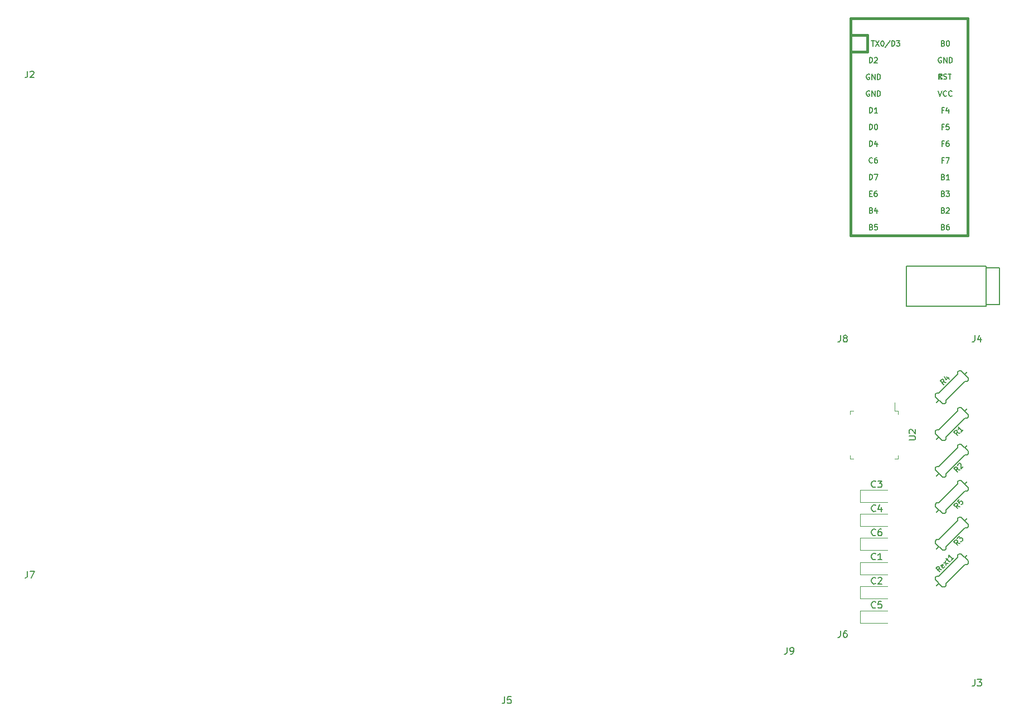
<source format=gbr>
G04 #@! TF.GenerationSoftware,KiCad,Pcbnew,(5.1.6)-1*
G04 #@! TF.CreationDate,2020-09-20T11:30:11-07:00*
G04 #@! TF.ProjectId,ortho_half,6f727468-6f5f-4686-916c-662e6b696361,rev?*
G04 #@! TF.SameCoordinates,Original*
G04 #@! TF.FileFunction,Legend,Top*
G04 #@! TF.FilePolarity,Positive*
%FSLAX46Y46*%
G04 Gerber Fmt 4.6, Leading zero omitted, Abs format (unit mm)*
G04 Created by KiCad (PCBNEW (5.1.6)-1) date 2020-09-20 11:30:11*
%MOMM*%
%LPD*%
G01*
G04 APERTURE LIST*
%ADD10C,0.150000*%
%ADD11C,0.381000*%
%ADD12C,0.120000*%
G04 APERTURE END LIST*
D10*
X155746200Y-59350000D02*
X155746200Y-53750000D01*
X153746200Y-53750000D02*
X155746200Y-53750000D01*
X153746200Y-59350000D02*
X155746200Y-59350000D01*
X153746200Y-53500000D02*
X141646200Y-53500000D01*
X153746200Y-59600000D02*
X141646200Y-59600000D01*
X141646200Y-59600000D02*
X141646200Y-53500000D01*
X153746200Y-59600000D02*
X153746200Y-53500000D01*
D11*
X133197600Y-18415000D02*
X133197600Y-48895000D01*
X133197600Y-48895000D02*
X150977600Y-48895000D01*
X150977600Y-48895000D02*
X150977600Y-18415000D01*
X135737600Y-18415000D02*
X135737600Y-20955000D01*
X135737600Y-20955000D02*
X133197600Y-20955000D01*
D10*
G36*
X147019168Y-24294360D02*
G01*
X147019168Y-24594360D01*
X146919168Y-24594360D01*
X146919168Y-24294360D01*
X147019168Y-24294360D01*
G37*
X147019168Y-24294360D02*
X147019168Y-24594360D01*
X146919168Y-24594360D01*
X146919168Y-24294360D01*
X147019168Y-24294360D01*
G36*
X146819168Y-24694360D02*
G01*
X146819168Y-24794360D01*
X146719168Y-24794360D01*
X146719168Y-24694360D01*
X146819168Y-24694360D01*
G37*
X146819168Y-24694360D02*
X146819168Y-24794360D01*
X146719168Y-24794360D01*
X146719168Y-24694360D01*
X146819168Y-24694360D01*
G36*
X147019168Y-24294360D02*
G01*
X147019168Y-24394360D01*
X146519168Y-24394360D01*
X146519168Y-24294360D01*
X147019168Y-24294360D01*
G37*
X147019168Y-24294360D02*
X147019168Y-24394360D01*
X146519168Y-24394360D01*
X146519168Y-24294360D01*
X147019168Y-24294360D01*
G36*
X146619168Y-24294360D02*
G01*
X146619168Y-25094360D01*
X146519168Y-25094360D01*
X146519168Y-24294360D01*
X146619168Y-24294360D01*
G37*
X146619168Y-24294360D02*
X146619168Y-25094360D01*
X146519168Y-25094360D01*
X146519168Y-24294360D01*
X146619168Y-24294360D01*
G36*
X147019168Y-24894360D02*
G01*
X147019168Y-25094360D01*
X146919168Y-25094360D01*
X146919168Y-24894360D01*
X147019168Y-24894360D01*
G37*
X147019168Y-24894360D02*
X147019168Y-25094360D01*
X146919168Y-25094360D01*
X146919168Y-24894360D01*
X147019168Y-24894360D01*
D11*
X150977600Y-18415000D02*
X150977600Y-15875000D01*
X150977600Y-15875000D02*
X133197600Y-15875000D01*
X133197600Y-15875000D02*
X133197600Y-18415000D01*
X135737600Y-18415000D02*
X133197600Y-18415000D01*
D12*
X138721201Y-98549841D02*
X134636201Y-98549841D01*
X134636201Y-98549841D02*
X134636201Y-100419841D01*
X134636201Y-100419841D02*
X138721201Y-100419841D01*
X138721201Y-102222521D02*
X134636201Y-102222521D01*
X134636201Y-102222521D02*
X134636201Y-104092521D01*
X134636201Y-104092521D02*
X138721201Y-104092521D01*
X138721201Y-87531801D02*
X134636201Y-87531801D01*
X134636201Y-87531801D02*
X134636201Y-89401801D01*
X134636201Y-89401801D02*
X138721201Y-89401801D01*
X138721201Y-91204481D02*
X134636201Y-91204481D01*
X134636201Y-91204481D02*
X134636201Y-93074481D01*
X134636201Y-93074481D02*
X138721201Y-93074481D01*
X138721201Y-105895201D02*
X134636201Y-105895201D01*
X134636201Y-105895201D02*
X134636201Y-107765201D01*
X134636201Y-107765201D02*
X138721201Y-107765201D01*
X138721201Y-94877161D02*
X134636201Y-94877161D01*
X134636201Y-94877161D02*
X134636201Y-96747161D01*
X134636201Y-96747161D02*
X138721201Y-96747161D01*
D10*
X150499689Y-75560311D02*
X150858900Y-75201100D01*
X146189166Y-79870834D02*
X146548377Y-79511623D01*
X147087192Y-80050439D02*
X146009561Y-78972808D01*
X147446402Y-80050439D02*
X147087192Y-80050439D01*
X147626007Y-79870834D02*
X147446402Y-80050439D01*
X147626007Y-79511623D02*
X147626007Y-79870834D01*
X150499689Y-76637941D02*
X147626007Y-79511623D01*
X150858900Y-76637941D02*
X150499689Y-76637941D01*
X151038505Y-76458336D02*
X150858900Y-76637941D01*
X151038505Y-76099126D02*
X151038505Y-76458336D01*
X149960874Y-75021495D02*
X151038505Y-76099126D01*
X149601664Y-75021495D02*
X149960874Y-75021495D01*
X149422059Y-75201100D02*
X149601664Y-75021495D01*
X149422059Y-75560311D02*
X149422059Y-75201100D01*
X146548377Y-78433993D02*
X149422059Y-75560311D01*
X146189166Y-78433993D02*
X146548377Y-78433993D01*
X146009561Y-78613598D02*
X146189166Y-78433993D01*
X146009561Y-78972808D02*
X146009561Y-78613598D01*
X150514856Y-81133144D02*
X150874067Y-80773933D01*
X146204333Y-85443667D02*
X146563544Y-85084456D01*
X147102359Y-85623272D02*
X146024728Y-84545641D01*
X147461569Y-85623272D02*
X147102359Y-85623272D01*
X147641174Y-85443667D02*
X147461569Y-85623272D01*
X147641174Y-85084456D02*
X147641174Y-85443667D01*
X150514856Y-82210774D02*
X147641174Y-85084456D01*
X150874067Y-82210774D02*
X150514856Y-82210774D01*
X151053672Y-82031169D02*
X150874067Y-82210774D01*
X151053672Y-81671959D02*
X151053672Y-82031169D01*
X149976041Y-80594328D02*
X151053672Y-81671959D01*
X149616831Y-80594328D02*
X149976041Y-80594328D01*
X149437226Y-80773933D02*
X149616831Y-80594328D01*
X149437226Y-81133144D02*
X149437226Y-80773933D01*
X146563544Y-84006826D02*
X149437226Y-81133144D01*
X146204333Y-84006826D02*
X146563544Y-84006826D01*
X146024728Y-84186431D02*
X146204333Y-84006826D01*
X146024728Y-84545641D02*
X146024728Y-84186431D01*
X150514856Y-92258344D02*
X150874067Y-91899133D01*
X146204333Y-96568867D02*
X146563544Y-96209656D01*
X147102359Y-96748472D02*
X146024728Y-95670841D01*
X147461569Y-96748472D02*
X147102359Y-96748472D01*
X147641174Y-96568867D02*
X147461569Y-96748472D01*
X147641174Y-96209656D02*
X147641174Y-96568867D01*
X150514856Y-93335974D02*
X147641174Y-96209656D01*
X150874067Y-93335974D02*
X150514856Y-93335974D01*
X151053672Y-93156369D02*
X150874067Y-93335974D01*
X151053672Y-92797159D02*
X151053672Y-93156369D01*
X149976041Y-91719528D02*
X151053672Y-92797159D01*
X149616831Y-91719528D02*
X149976041Y-91719528D01*
X149437226Y-91899133D02*
X149616831Y-91719528D01*
X149437226Y-92258344D02*
X149437226Y-91899133D01*
X146563544Y-95132026D02*
X149437226Y-92258344D01*
X146204333Y-95132026D02*
X146563544Y-95132026D01*
X146024728Y-95311631D02*
X146204333Y-95132026D01*
X146024728Y-95670841D02*
X146024728Y-95311631D01*
X146563544Y-73933856D02*
X146204333Y-74293067D01*
X150874067Y-69623333D02*
X150514856Y-69982544D01*
X149976041Y-69443728D02*
X151053672Y-70521359D01*
X149616831Y-69443728D02*
X149976041Y-69443728D01*
X149437226Y-69623333D02*
X149616831Y-69443728D01*
X149437226Y-69982544D02*
X149437226Y-69623333D01*
X146563544Y-72856226D02*
X149437226Y-69982544D01*
X146204333Y-72856226D02*
X146563544Y-72856226D01*
X146024728Y-73035831D02*
X146204333Y-72856226D01*
X146024728Y-73395041D02*
X146024728Y-73035831D01*
X147102359Y-74472672D02*
X146024728Y-73395041D01*
X147461569Y-74472672D02*
X147102359Y-74472672D01*
X147641174Y-74293067D02*
X147461569Y-74472672D01*
X147641174Y-73933856D02*
X147641174Y-74293067D01*
X150514856Y-71060174D02*
X147641174Y-73933856D01*
X150874067Y-71060174D02*
X150514856Y-71060174D01*
X151053672Y-70880569D02*
X150874067Y-71060174D01*
X151053672Y-70521359D02*
X151053672Y-70880569D01*
X150514856Y-86670344D02*
X150874067Y-86311133D01*
X146204333Y-90980867D02*
X146563544Y-90621656D01*
X147102359Y-91160472D02*
X146024728Y-90082841D01*
X147461569Y-91160472D02*
X147102359Y-91160472D01*
X147641174Y-90980867D02*
X147461569Y-91160472D01*
X147641174Y-90621656D02*
X147641174Y-90980867D01*
X150514856Y-87747974D02*
X147641174Y-90621656D01*
X150874067Y-87747974D02*
X150514856Y-87747974D01*
X151053672Y-87568369D02*
X150874067Y-87747974D01*
X151053672Y-87209159D02*
X151053672Y-87568369D01*
X149976041Y-86131528D02*
X151053672Y-87209159D01*
X149616831Y-86131528D02*
X149976041Y-86131528D01*
X149437226Y-86311133D02*
X149616831Y-86131528D01*
X149437226Y-86670344D02*
X149437226Y-86311133D01*
X146563544Y-89544026D02*
X149437226Y-86670344D01*
X146204333Y-89544026D02*
X146563544Y-89544026D01*
X146024728Y-89723631D02*
X146204333Y-89544026D01*
X146024728Y-90082841D02*
X146024728Y-89723631D01*
X146548377Y-101762023D02*
X146189166Y-102121234D01*
X150858900Y-97451500D02*
X150499689Y-97810711D01*
X149960874Y-97271895D02*
X151038505Y-98349526D01*
X149601664Y-97271895D02*
X149960874Y-97271895D01*
X149422059Y-97451500D02*
X149601664Y-97271895D01*
X149422059Y-97810711D02*
X149422059Y-97451500D01*
X146548377Y-100684393D02*
X149422059Y-97810711D01*
X146189166Y-100684393D02*
X146548377Y-100684393D01*
X146009561Y-100863998D02*
X146189166Y-100684393D01*
X146009561Y-101223208D02*
X146009561Y-100863998D01*
X147087192Y-102300839D02*
X146009561Y-101223208D01*
X147446402Y-102300839D02*
X147087192Y-102300839D01*
X147626007Y-102121234D02*
X147446402Y-102300839D01*
X147626007Y-101762023D02*
X147626007Y-102121234D01*
X150499689Y-98888341D02*
X147626007Y-101762023D01*
X150858900Y-98888341D02*
X150499689Y-98888341D01*
X151038505Y-98708736D02*
X150858900Y-98888341D01*
X151038505Y-98349526D02*
X151038505Y-98708736D01*
D12*
X139888200Y-75561800D02*
X139888200Y-74271800D01*
X140338200Y-75561800D02*
X139888200Y-75561800D01*
X140338200Y-76011800D02*
X140338200Y-75561800D01*
X140338200Y-82781800D02*
X139888200Y-82781800D01*
X140338200Y-82331800D02*
X140338200Y-82781800D01*
X133118200Y-75561800D02*
X133568200Y-75561800D01*
X133118200Y-76011800D02*
X133118200Y-75561800D01*
X133118200Y-82781800D02*
X133568200Y-82781800D01*
X133118200Y-82331800D02*
X133118200Y-82781800D01*
D10*
X131641166Y-64052380D02*
X131641166Y-64766666D01*
X131593547Y-64909523D01*
X131498309Y-65004761D01*
X131355452Y-65052380D01*
X131260214Y-65052380D01*
X132260214Y-64480952D02*
X132164976Y-64433333D01*
X132117357Y-64385714D01*
X132069738Y-64290476D01*
X132069738Y-64242857D01*
X132117357Y-64147619D01*
X132164976Y-64100000D01*
X132260214Y-64052380D01*
X132450690Y-64052380D01*
X132545928Y-64100000D01*
X132593547Y-64147619D01*
X132641166Y-64242857D01*
X132641166Y-64290476D01*
X132593547Y-64385714D01*
X132545928Y-64433333D01*
X132450690Y-64480952D01*
X132260214Y-64480952D01*
X132164976Y-64528571D01*
X132117357Y-64576190D01*
X132069738Y-64671428D01*
X132069738Y-64861904D01*
X132117357Y-64957142D01*
X132164976Y-65004761D01*
X132260214Y-65052380D01*
X132450690Y-65052380D01*
X132545928Y-65004761D01*
X132593547Y-64957142D01*
X132641166Y-64861904D01*
X132641166Y-64671428D01*
X132593547Y-64576190D01*
X132545928Y-64528571D01*
X132450690Y-64480952D01*
X131641166Y-108964380D02*
X131641166Y-109678666D01*
X131593547Y-109821523D01*
X131498309Y-109916761D01*
X131355452Y-109964380D01*
X131260214Y-109964380D01*
X132545928Y-108964380D02*
X132355452Y-108964380D01*
X132260214Y-109012000D01*
X132212595Y-109059619D01*
X132117357Y-109202476D01*
X132069738Y-109392952D01*
X132069738Y-109773904D01*
X132117357Y-109869142D01*
X132164976Y-109916761D01*
X132260214Y-109964380D01*
X132450690Y-109964380D01*
X132545928Y-109916761D01*
X132593547Y-109869142D01*
X132641166Y-109773904D01*
X132641166Y-109535809D01*
X132593547Y-109440571D01*
X132545928Y-109392952D01*
X132450690Y-109345333D01*
X132260214Y-109345333D01*
X132164976Y-109392952D01*
X132117357Y-109440571D01*
X132069738Y-109535809D01*
X152032166Y-64052380D02*
X152032166Y-64766666D01*
X151984547Y-64909523D01*
X151889309Y-65004761D01*
X151746452Y-65052380D01*
X151651214Y-65052380D01*
X152936928Y-64385714D02*
X152936928Y-65052380D01*
X152698833Y-64004761D02*
X152460738Y-64719047D01*
X153079785Y-64719047D01*
X152032166Y-116386380D02*
X152032166Y-117100666D01*
X151984547Y-117243523D01*
X151889309Y-117338761D01*
X151746452Y-117386380D01*
X151651214Y-117386380D01*
X152413119Y-116386380D02*
X153032166Y-116386380D01*
X152698833Y-116767333D01*
X152841690Y-116767333D01*
X152936928Y-116814952D01*
X152984547Y-116862571D01*
X153032166Y-116957809D01*
X153032166Y-117195904D01*
X152984547Y-117291142D01*
X152936928Y-117338761D01*
X152841690Y-117386380D01*
X152555976Y-117386380D01*
X152460738Y-117338761D01*
X152413119Y-117291142D01*
X136325251Y-19246904D02*
X136782394Y-19246904D01*
X136553823Y-20046904D02*
X136553823Y-19246904D01*
X136972870Y-19246904D02*
X137506204Y-20046904D01*
X137506204Y-19246904D02*
X136972870Y-20046904D01*
X137963347Y-19246904D02*
X138039537Y-19246904D01*
X138115728Y-19285000D01*
X138153823Y-19323095D01*
X138191918Y-19399285D01*
X138230013Y-19551666D01*
X138230013Y-19742142D01*
X138191918Y-19894523D01*
X138153823Y-19970714D01*
X138115728Y-20008809D01*
X138039537Y-20046904D01*
X137963347Y-20046904D01*
X137887156Y-20008809D01*
X137849061Y-19970714D01*
X137810966Y-19894523D01*
X137772870Y-19742142D01*
X137772870Y-19551666D01*
X137810966Y-19399285D01*
X137849061Y-19323095D01*
X137887156Y-19285000D01*
X137963347Y-19246904D01*
X139144299Y-19208809D02*
X138458585Y-20237380D01*
X139410966Y-20046904D02*
X139410966Y-19246904D01*
X139601442Y-19246904D01*
X139715728Y-19285000D01*
X139791918Y-19361190D01*
X139830013Y-19437380D01*
X139868108Y-19589761D01*
X139868108Y-19704047D01*
X139830013Y-19856428D01*
X139791918Y-19932619D01*
X139715728Y-20008809D01*
X139601442Y-20046904D01*
X139410966Y-20046904D01*
X140134775Y-19246904D02*
X140630013Y-19246904D01*
X140363347Y-19551666D01*
X140477632Y-19551666D01*
X140553823Y-19589761D01*
X140591918Y-19627857D01*
X140630013Y-19704047D01*
X140630013Y-19894523D01*
X140591918Y-19970714D01*
X140553823Y-20008809D01*
X140477632Y-20046904D01*
X140249061Y-20046904D01*
X140172870Y-20008809D01*
X140134775Y-19970714D01*
X136036123Y-22586904D02*
X136036123Y-21786904D01*
X136226600Y-21786904D01*
X136340885Y-21825000D01*
X136417076Y-21901190D01*
X136455171Y-21977380D01*
X136493266Y-22129761D01*
X136493266Y-22244047D01*
X136455171Y-22396428D01*
X136417076Y-22472619D01*
X136340885Y-22548809D01*
X136226600Y-22586904D01*
X136036123Y-22586904D01*
X136798028Y-21863095D02*
X136836123Y-21825000D01*
X136912314Y-21786904D01*
X137102790Y-21786904D01*
X137178980Y-21825000D01*
X137217076Y-21863095D01*
X137255171Y-21939285D01*
X137255171Y-22015476D01*
X137217076Y-22129761D01*
X136759933Y-22586904D01*
X137255171Y-22586904D01*
X136036123Y-32746904D02*
X136036123Y-31946904D01*
X136226600Y-31946904D01*
X136340885Y-31985000D01*
X136417076Y-32061190D01*
X136455171Y-32137380D01*
X136493266Y-32289761D01*
X136493266Y-32404047D01*
X136455171Y-32556428D01*
X136417076Y-32632619D01*
X136340885Y-32708809D01*
X136226600Y-32746904D01*
X136036123Y-32746904D01*
X136988504Y-31946904D02*
X137064695Y-31946904D01*
X137140885Y-31985000D01*
X137178980Y-32023095D01*
X137217076Y-32099285D01*
X137255171Y-32251666D01*
X137255171Y-32442142D01*
X137217076Y-32594523D01*
X137178980Y-32670714D01*
X137140885Y-32708809D01*
X137064695Y-32746904D01*
X136988504Y-32746904D01*
X136912314Y-32708809D01*
X136874219Y-32670714D01*
X136836123Y-32594523D01*
X136798028Y-32442142D01*
X136798028Y-32251666D01*
X136836123Y-32099285D01*
X136874219Y-32023095D01*
X136912314Y-31985000D01*
X136988504Y-31946904D01*
X136036123Y-30206904D02*
X136036123Y-29406904D01*
X136226600Y-29406904D01*
X136340885Y-29445000D01*
X136417076Y-29521190D01*
X136455171Y-29597380D01*
X136493266Y-29749761D01*
X136493266Y-29864047D01*
X136455171Y-30016428D01*
X136417076Y-30092619D01*
X136340885Y-30168809D01*
X136226600Y-30206904D01*
X136036123Y-30206904D01*
X137255171Y-30206904D02*
X136798028Y-30206904D01*
X137026600Y-30206904D02*
X137026600Y-29406904D01*
X136950409Y-29521190D01*
X136874219Y-29597380D01*
X136798028Y-29635476D01*
X136017076Y-26905000D02*
X135940885Y-26866904D01*
X135826600Y-26866904D01*
X135712314Y-26905000D01*
X135636123Y-26981190D01*
X135598028Y-27057380D01*
X135559933Y-27209761D01*
X135559933Y-27324047D01*
X135598028Y-27476428D01*
X135636123Y-27552619D01*
X135712314Y-27628809D01*
X135826600Y-27666904D01*
X135902790Y-27666904D01*
X136017076Y-27628809D01*
X136055171Y-27590714D01*
X136055171Y-27324047D01*
X135902790Y-27324047D01*
X136398028Y-27666904D02*
X136398028Y-26866904D01*
X136855171Y-27666904D01*
X136855171Y-26866904D01*
X137236123Y-27666904D02*
X137236123Y-26866904D01*
X137426600Y-26866904D01*
X137540885Y-26905000D01*
X137617076Y-26981190D01*
X137655171Y-27057380D01*
X137693266Y-27209761D01*
X137693266Y-27324047D01*
X137655171Y-27476428D01*
X137617076Y-27552619D01*
X137540885Y-27628809D01*
X137426600Y-27666904D01*
X137236123Y-27666904D01*
X136017076Y-24365000D02*
X135940885Y-24326904D01*
X135826600Y-24326904D01*
X135712314Y-24365000D01*
X135636123Y-24441190D01*
X135598028Y-24517380D01*
X135559933Y-24669761D01*
X135559933Y-24784047D01*
X135598028Y-24936428D01*
X135636123Y-25012619D01*
X135712314Y-25088809D01*
X135826600Y-25126904D01*
X135902790Y-25126904D01*
X136017076Y-25088809D01*
X136055171Y-25050714D01*
X136055171Y-24784047D01*
X135902790Y-24784047D01*
X136398028Y-25126904D02*
X136398028Y-24326904D01*
X136855171Y-25126904D01*
X136855171Y-24326904D01*
X137236123Y-25126904D02*
X137236123Y-24326904D01*
X137426600Y-24326904D01*
X137540885Y-24365000D01*
X137617076Y-24441190D01*
X137655171Y-24517380D01*
X137693266Y-24669761D01*
X137693266Y-24784047D01*
X137655171Y-24936428D01*
X137617076Y-25012619D01*
X137540885Y-25088809D01*
X137426600Y-25126904D01*
X137236123Y-25126904D01*
X136036123Y-35286904D02*
X136036123Y-34486904D01*
X136226600Y-34486904D01*
X136340885Y-34525000D01*
X136417076Y-34601190D01*
X136455171Y-34677380D01*
X136493266Y-34829761D01*
X136493266Y-34944047D01*
X136455171Y-35096428D01*
X136417076Y-35172619D01*
X136340885Y-35248809D01*
X136226600Y-35286904D01*
X136036123Y-35286904D01*
X137178980Y-34753571D02*
X137178980Y-35286904D01*
X136988504Y-34448809D02*
X136798028Y-35020238D01*
X137293266Y-35020238D01*
X136493266Y-37750714D02*
X136455171Y-37788809D01*
X136340885Y-37826904D01*
X136264695Y-37826904D01*
X136150409Y-37788809D01*
X136074219Y-37712619D01*
X136036123Y-37636428D01*
X135998028Y-37484047D01*
X135998028Y-37369761D01*
X136036123Y-37217380D01*
X136074219Y-37141190D01*
X136150409Y-37065000D01*
X136264695Y-37026904D01*
X136340885Y-37026904D01*
X136455171Y-37065000D01*
X136493266Y-37103095D01*
X137178980Y-37026904D02*
X137026600Y-37026904D01*
X136950409Y-37065000D01*
X136912314Y-37103095D01*
X136836123Y-37217380D01*
X136798028Y-37369761D01*
X136798028Y-37674523D01*
X136836123Y-37750714D01*
X136874219Y-37788809D01*
X136950409Y-37826904D01*
X137102790Y-37826904D01*
X137178980Y-37788809D01*
X137217076Y-37750714D01*
X137255171Y-37674523D01*
X137255171Y-37484047D01*
X137217076Y-37407857D01*
X137178980Y-37369761D01*
X137102790Y-37331666D01*
X136950409Y-37331666D01*
X136874219Y-37369761D01*
X136836123Y-37407857D01*
X136798028Y-37484047D01*
X136036123Y-40366904D02*
X136036123Y-39566904D01*
X136226600Y-39566904D01*
X136340885Y-39605000D01*
X136417076Y-39681190D01*
X136455171Y-39757380D01*
X136493266Y-39909761D01*
X136493266Y-40024047D01*
X136455171Y-40176428D01*
X136417076Y-40252619D01*
X136340885Y-40328809D01*
X136226600Y-40366904D01*
X136036123Y-40366904D01*
X136759933Y-39566904D02*
X137293266Y-39566904D01*
X136950409Y-40366904D01*
X136074219Y-42487857D02*
X136340885Y-42487857D01*
X136455171Y-42906904D02*
X136074219Y-42906904D01*
X136074219Y-42106904D01*
X136455171Y-42106904D01*
X137140885Y-42106904D02*
X136988504Y-42106904D01*
X136912314Y-42145000D01*
X136874219Y-42183095D01*
X136798028Y-42297380D01*
X136759933Y-42449761D01*
X136759933Y-42754523D01*
X136798028Y-42830714D01*
X136836123Y-42868809D01*
X136912314Y-42906904D01*
X137064695Y-42906904D01*
X137140885Y-42868809D01*
X137178980Y-42830714D01*
X137217076Y-42754523D01*
X137217076Y-42564047D01*
X137178980Y-42487857D01*
X137140885Y-42449761D01*
X137064695Y-42411666D01*
X136912314Y-42411666D01*
X136836123Y-42449761D01*
X136798028Y-42487857D01*
X136759933Y-42564047D01*
X136302790Y-45027857D02*
X136417076Y-45065952D01*
X136455171Y-45104047D01*
X136493266Y-45180238D01*
X136493266Y-45294523D01*
X136455171Y-45370714D01*
X136417076Y-45408809D01*
X136340885Y-45446904D01*
X136036123Y-45446904D01*
X136036123Y-44646904D01*
X136302790Y-44646904D01*
X136378980Y-44685000D01*
X136417076Y-44723095D01*
X136455171Y-44799285D01*
X136455171Y-44875476D01*
X136417076Y-44951666D01*
X136378980Y-44989761D01*
X136302790Y-45027857D01*
X136036123Y-45027857D01*
X137178980Y-44913571D02*
X137178980Y-45446904D01*
X136988504Y-44608809D02*
X136798028Y-45180238D01*
X137293266Y-45180238D01*
X147224790Y-42487857D02*
X147339076Y-42525952D01*
X147377171Y-42564047D01*
X147415266Y-42640238D01*
X147415266Y-42754523D01*
X147377171Y-42830714D01*
X147339076Y-42868809D01*
X147262885Y-42906904D01*
X146958123Y-42906904D01*
X146958123Y-42106904D01*
X147224790Y-42106904D01*
X147300980Y-42145000D01*
X147339076Y-42183095D01*
X147377171Y-42259285D01*
X147377171Y-42335476D01*
X147339076Y-42411666D01*
X147300980Y-42449761D01*
X147224790Y-42487857D01*
X146958123Y-42487857D01*
X147681933Y-42106904D02*
X148177171Y-42106904D01*
X147910504Y-42411666D01*
X148024790Y-42411666D01*
X148100980Y-42449761D01*
X148139076Y-42487857D01*
X148177171Y-42564047D01*
X148177171Y-42754523D01*
X148139076Y-42830714D01*
X148100980Y-42868809D01*
X148024790Y-42906904D01*
X147796219Y-42906904D01*
X147720028Y-42868809D01*
X147681933Y-42830714D01*
X147224790Y-39947857D02*
X147339076Y-39985952D01*
X147377171Y-40024047D01*
X147415266Y-40100238D01*
X147415266Y-40214523D01*
X147377171Y-40290714D01*
X147339076Y-40328809D01*
X147262885Y-40366904D01*
X146958123Y-40366904D01*
X146958123Y-39566904D01*
X147224790Y-39566904D01*
X147300980Y-39605000D01*
X147339076Y-39643095D01*
X147377171Y-39719285D01*
X147377171Y-39795476D01*
X147339076Y-39871666D01*
X147300980Y-39909761D01*
X147224790Y-39947857D01*
X146958123Y-39947857D01*
X148177171Y-40366904D02*
X147720028Y-40366904D01*
X147948600Y-40366904D02*
X147948600Y-39566904D01*
X147872409Y-39681190D01*
X147796219Y-39757380D01*
X147720028Y-39795476D01*
X147281933Y-29787857D02*
X147015266Y-29787857D01*
X147015266Y-30206904D02*
X147015266Y-29406904D01*
X147396219Y-29406904D01*
X148043838Y-29673571D02*
X148043838Y-30206904D01*
X147853361Y-29368809D02*
X147662885Y-29940238D01*
X148158123Y-29940238D01*
X146481933Y-26866904D02*
X146748600Y-27666904D01*
X147015266Y-26866904D01*
X147739076Y-27590714D02*
X147700980Y-27628809D01*
X147586695Y-27666904D01*
X147510504Y-27666904D01*
X147396219Y-27628809D01*
X147320028Y-27552619D01*
X147281933Y-27476428D01*
X147243838Y-27324047D01*
X147243838Y-27209761D01*
X147281933Y-27057380D01*
X147320028Y-26981190D01*
X147396219Y-26905000D01*
X147510504Y-26866904D01*
X147586695Y-26866904D01*
X147700980Y-26905000D01*
X147739076Y-26943095D01*
X148539076Y-27590714D02*
X148500980Y-27628809D01*
X148386695Y-27666904D01*
X148310504Y-27666904D01*
X148196219Y-27628809D01*
X148120028Y-27552619D01*
X148081933Y-27476428D01*
X148043838Y-27324047D01*
X148043838Y-27209761D01*
X148081933Y-27057380D01*
X148120028Y-26981190D01*
X148196219Y-26905000D01*
X148310504Y-26866904D01*
X148386695Y-26866904D01*
X148500980Y-26905000D01*
X148539076Y-26943095D01*
X147287386Y-25058809D02*
X147401672Y-25096904D01*
X147592148Y-25096904D01*
X147668339Y-25058809D01*
X147706434Y-25020714D01*
X147744529Y-24944523D01*
X147744529Y-24868333D01*
X147706434Y-24792142D01*
X147668339Y-24754047D01*
X147592148Y-24715952D01*
X147439767Y-24677857D01*
X147363577Y-24639761D01*
X147325481Y-24601666D01*
X147287386Y-24525476D01*
X147287386Y-24449285D01*
X147325481Y-24373095D01*
X147363577Y-24335000D01*
X147439767Y-24296904D01*
X147630243Y-24296904D01*
X147744529Y-24335000D01*
X147973100Y-24296904D02*
X148430243Y-24296904D01*
X148201672Y-25096904D02*
X148201672Y-24296904D01*
X146939076Y-21825000D02*
X146862885Y-21786904D01*
X146748600Y-21786904D01*
X146634314Y-21825000D01*
X146558123Y-21901190D01*
X146520028Y-21977380D01*
X146481933Y-22129761D01*
X146481933Y-22244047D01*
X146520028Y-22396428D01*
X146558123Y-22472619D01*
X146634314Y-22548809D01*
X146748600Y-22586904D01*
X146824790Y-22586904D01*
X146939076Y-22548809D01*
X146977171Y-22510714D01*
X146977171Y-22244047D01*
X146824790Y-22244047D01*
X147320028Y-22586904D02*
X147320028Y-21786904D01*
X147777171Y-22586904D01*
X147777171Y-21786904D01*
X148158123Y-22586904D02*
X148158123Y-21786904D01*
X148348600Y-21786904D01*
X148462885Y-21825000D01*
X148539076Y-21901190D01*
X148577171Y-21977380D01*
X148615266Y-22129761D01*
X148615266Y-22244047D01*
X148577171Y-22396428D01*
X148539076Y-22472619D01*
X148462885Y-22548809D01*
X148348600Y-22586904D01*
X148158123Y-22586904D01*
X147224790Y-19627857D02*
X147339076Y-19665952D01*
X147377171Y-19704047D01*
X147415266Y-19780238D01*
X147415266Y-19894523D01*
X147377171Y-19970714D01*
X147339076Y-20008809D01*
X147262885Y-20046904D01*
X146958123Y-20046904D01*
X146958123Y-19246904D01*
X147224790Y-19246904D01*
X147300980Y-19285000D01*
X147339076Y-19323095D01*
X147377171Y-19399285D01*
X147377171Y-19475476D01*
X147339076Y-19551666D01*
X147300980Y-19589761D01*
X147224790Y-19627857D01*
X146958123Y-19627857D01*
X147910504Y-19246904D02*
X147986695Y-19246904D01*
X148062885Y-19285000D01*
X148100980Y-19323095D01*
X148139076Y-19399285D01*
X148177171Y-19551666D01*
X148177171Y-19742142D01*
X148139076Y-19894523D01*
X148100980Y-19970714D01*
X148062885Y-20008809D01*
X147986695Y-20046904D01*
X147910504Y-20046904D01*
X147834314Y-20008809D01*
X147796219Y-19970714D01*
X147758123Y-19894523D01*
X147720028Y-19742142D01*
X147720028Y-19551666D01*
X147758123Y-19399285D01*
X147796219Y-19323095D01*
X147834314Y-19285000D01*
X147910504Y-19246904D01*
X147281933Y-32327857D02*
X147015266Y-32327857D01*
X147015266Y-32746904D02*
X147015266Y-31946904D01*
X147396219Y-31946904D01*
X148081933Y-31946904D02*
X147700980Y-31946904D01*
X147662885Y-32327857D01*
X147700980Y-32289761D01*
X147777171Y-32251666D01*
X147967647Y-32251666D01*
X148043838Y-32289761D01*
X148081933Y-32327857D01*
X148120028Y-32404047D01*
X148120028Y-32594523D01*
X148081933Y-32670714D01*
X148043838Y-32708809D01*
X147967647Y-32746904D01*
X147777171Y-32746904D01*
X147700980Y-32708809D01*
X147662885Y-32670714D01*
X147281933Y-34867857D02*
X147015266Y-34867857D01*
X147015266Y-35286904D02*
X147015266Y-34486904D01*
X147396219Y-34486904D01*
X148043838Y-34486904D02*
X147891457Y-34486904D01*
X147815266Y-34525000D01*
X147777171Y-34563095D01*
X147700980Y-34677380D01*
X147662885Y-34829761D01*
X147662885Y-35134523D01*
X147700980Y-35210714D01*
X147739076Y-35248809D01*
X147815266Y-35286904D01*
X147967647Y-35286904D01*
X148043838Y-35248809D01*
X148081933Y-35210714D01*
X148120028Y-35134523D01*
X148120028Y-34944047D01*
X148081933Y-34867857D01*
X148043838Y-34829761D01*
X147967647Y-34791666D01*
X147815266Y-34791666D01*
X147739076Y-34829761D01*
X147700980Y-34867857D01*
X147662885Y-34944047D01*
X147281933Y-37407857D02*
X147015266Y-37407857D01*
X147015266Y-37826904D02*
X147015266Y-37026904D01*
X147396219Y-37026904D01*
X147624790Y-37026904D02*
X148158123Y-37026904D01*
X147815266Y-37826904D01*
X147224790Y-45027857D02*
X147339076Y-45065952D01*
X147377171Y-45104047D01*
X147415266Y-45180238D01*
X147415266Y-45294523D01*
X147377171Y-45370714D01*
X147339076Y-45408809D01*
X147262885Y-45446904D01*
X146958123Y-45446904D01*
X146958123Y-44646904D01*
X147224790Y-44646904D01*
X147300980Y-44685000D01*
X147339076Y-44723095D01*
X147377171Y-44799285D01*
X147377171Y-44875476D01*
X147339076Y-44951666D01*
X147300980Y-44989761D01*
X147224790Y-45027857D01*
X146958123Y-45027857D01*
X147720028Y-44723095D02*
X147758123Y-44685000D01*
X147834314Y-44646904D01*
X148024790Y-44646904D01*
X148100980Y-44685000D01*
X148139076Y-44723095D01*
X148177171Y-44799285D01*
X148177171Y-44875476D01*
X148139076Y-44989761D01*
X147681933Y-45446904D01*
X148177171Y-45446904D01*
X147224790Y-47567857D02*
X147339076Y-47605952D01*
X147377171Y-47644047D01*
X147415266Y-47720238D01*
X147415266Y-47834523D01*
X147377171Y-47910714D01*
X147339076Y-47948809D01*
X147262885Y-47986904D01*
X146958123Y-47986904D01*
X146958123Y-47186904D01*
X147224790Y-47186904D01*
X147300980Y-47225000D01*
X147339076Y-47263095D01*
X147377171Y-47339285D01*
X147377171Y-47415476D01*
X147339076Y-47491666D01*
X147300980Y-47529761D01*
X147224790Y-47567857D01*
X146958123Y-47567857D01*
X148100980Y-47186904D02*
X147948600Y-47186904D01*
X147872409Y-47225000D01*
X147834314Y-47263095D01*
X147758123Y-47377380D01*
X147720028Y-47529761D01*
X147720028Y-47834523D01*
X147758123Y-47910714D01*
X147796219Y-47948809D01*
X147872409Y-47986904D01*
X148024790Y-47986904D01*
X148100980Y-47948809D01*
X148139076Y-47910714D01*
X148177171Y-47834523D01*
X148177171Y-47644047D01*
X148139076Y-47567857D01*
X148100980Y-47529761D01*
X148024790Y-47491666D01*
X147872409Y-47491666D01*
X147796219Y-47529761D01*
X147758123Y-47567857D01*
X147720028Y-47644047D01*
X136302790Y-47567857D02*
X136417076Y-47605952D01*
X136455171Y-47644047D01*
X136493266Y-47720238D01*
X136493266Y-47834523D01*
X136455171Y-47910714D01*
X136417076Y-47948809D01*
X136340885Y-47986904D01*
X136036123Y-47986904D01*
X136036123Y-47186904D01*
X136302790Y-47186904D01*
X136378980Y-47225000D01*
X136417076Y-47263095D01*
X136455171Y-47339285D01*
X136455171Y-47415476D01*
X136417076Y-47491666D01*
X136378980Y-47529761D01*
X136302790Y-47567857D01*
X136036123Y-47567857D01*
X137217076Y-47186904D02*
X136836123Y-47186904D01*
X136798028Y-47567857D01*
X136836123Y-47529761D01*
X136912314Y-47491666D01*
X137102790Y-47491666D01*
X137178980Y-47529761D01*
X137217076Y-47567857D01*
X137255171Y-47644047D01*
X137255171Y-47834523D01*
X137217076Y-47910714D01*
X137178980Y-47948809D01*
X137102790Y-47986904D01*
X136912314Y-47986904D01*
X136836123Y-47948809D01*
X136798028Y-47910714D01*
X123517066Y-111534580D02*
X123517066Y-112248866D01*
X123469447Y-112391723D01*
X123374209Y-112486961D01*
X123231352Y-112534580D01*
X123136114Y-112534580D01*
X124040876Y-112534580D02*
X124231352Y-112534580D01*
X124326590Y-112486961D01*
X124374209Y-112439342D01*
X124469447Y-112296485D01*
X124517066Y-112106009D01*
X124517066Y-111725057D01*
X124469447Y-111629819D01*
X124421828Y-111582200D01*
X124326590Y-111534580D01*
X124136114Y-111534580D01*
X124040876Y-111582200D01*
X123993257Y-111629819D01*
X123945638Y-111725057D01*
X123945638Y-111963152D01*
X123993257Y-112058390D01*
X124040876Y-112106009D01*
X124136114Y-112153628D01*
X124326590Y-112153628D01*
X124421828Y-112106009D01*
X124469447Y-112058390D01*
X124517066Y-111963152D01*
X8129666Y-99926780D02*
X8129666Y-100641066D01*
X8082047Y-100783923D01*
X7986809Y-100879161D01*
X7843952Y-100926780D01*
X7748714Y-100926780D01*
X8510619Y-99926780D02*
X9177285Y-99926780D01*
X8748714Y-100926780D01*
X80628916Y-119014880D02*
X80628916Y-119729166D01*
X80581297Y-119872023D01*
X80486059Y-119967261D01*
X80343202Y-120014880D01*
X80247964Y-120014880D01*
X81581297Y-119014880D02*
X81105107Y-119014880D01*
X81057488Y-119491071D01*
X81105107Y-119443452D01*
X81200345Y-119395833D01*
X81438440Y-119395833D01*
X81533678Y-119443452D01*
X81581297Y-119491071D01*
X81628916Y-119586309D01*
X81628916Y-119824404D01*
X81581297Y-119919642D01*
X81533678Y-119967261D01*
X81438440Y-120014880D01*
X81200345Y-120014880D01*
X81105107Y-119967261D01*
X81057488Y-119919642D01*
X8129666Y-23853780D02*
X8129666Y-24568066D01*
X8082047Y-24710923D01*
X7986809Y-24806161D01*
X7843952Y-24853780D01*
X7748714Y-24853780D01*
X8558238Y-23949019D02*
X8605857Y-23901400D01*
X8701095Y-23853780D01*
X8939190Y-23853780D01*
X9034428Y-23901400D01*
X9082047Y-23949019D01*
X9129666Y-24044257D01*
X9129666Y-24139495D01*
X9082047Y-24282352D01*
X8510619Y-24853780D01*
X9129666Y-24853780D01*
X136954534Y-98091983D02*
X136906915Y-98139602D01*
X136764058Y-98187221D01*
X136668820Y-98187221D01*
X136525962Y-98139602D01*
X136430724Y-98044364D01*
X136383105Y-97949126D01*
X136335486Y-97758650D01*
X136335486Y-97615793D01*
X136383105Y-97425317D01*
X136430724Y-97330079D01*
X136525962Y-97234841D01*
X136668820Y-97187221D01*
X136764058Y-97187221D01*
X136906915Y-97234841D01*
X136954534Y-97282460D01*
X137906915Y-98187221D02*
X137335486Y-98187221D01*
X137621201Y-98187221D02*
X137621201Y-97187221D01*
X137525962Y-97330079D01*
X137430724Y-97425317D01*
X137335486Y-97472936D01*
X136954534Y-101764663D02*
X136906915Y-101812282D01*
X136764058Y-101859901D01*
X136668820Y-101859901D01*
X136525962Y-101812282D01*
X136430724Y-101717044D01*
X136383105Y-101621806D01*
X136335486Y-101431330D01*
X136335486Y-101288473D01*
X136383105Y-101097997D01*
X136430724Y-101002759D01*
X136525962Y-100907521D01*
X136668820Y-100859901D01*
X136764058Y-100859901D01*
X136906915Y-100907521D01*
X136954534Y-100955140D01*
X137335486Y-100955140D02*
X137383105Y-100907521D01*
X137478343Y-100859901D01*
X137716439Y-100859901D01*
X137811677Y-100907521D01*
X137859296Y-100955140D01*
X137906915Y-101050378D01*
X137906915Y-101145616D01*
X137859296Y-101288473D01*
X137287867Y-101859901D01*
X137906915Y-101859901D01*
X136954534Y-87073943D02*
X136906915Y-87121562D01*
X136764058Y-87169181D01*
X136668820Y-87169181D01*
X136525962Y-87121562D01*
X136430724Y-87026324D01*
X136383105Y-86931086D01*
X136335486Y-86740610D01*
X136335486Y-86597753D01*
X136383105Y-86407277D01*
X136430724Y-86312039D01*
X136525962Y-86216801D01*
X136668820Y-86169181D01*
X136764058Y-86169181D01*
X136906915Y-86216801D01*
X136954534Y-86264420D01*
X137287867Y-86169181D02*
X137906915Y-86169181D01*
X137573581Y-86550134D01*
X137716439Y-86550134D01*
X137811677Y-86597753D01*
X137859296Y-86645372D01*
X137906915Y-86740610D01*
X137906915Y-86978705D01*
X137859296Y-87073943D01*
X137811677Y-87121562D01*
X137716439Y-87169181D01*
X137430724Y-87169181D01*
X137335486Y-87121562D01*
X137287867Y-87073943D01*
X136954534Y-90746623D02*
X136906915Y-90794242D01*
X136764058Y-90841861D01*
X136668820Y-90841861D01*
X136525962Y-90794242D01*
X136430724Y-90699004D01*
X136383105Y-90603766D01*
X136335486Y-90413290D01*
X136335486Y-90270433D01*
X136383105Y-90079957D01*
X136430724Y-89984719D01*
X136525962Y-89889481D01*
X136668820Y-89841861D01*
X136764058Y-89841861D01*
X136906915Y-89889481D01*
X136954534Y-89937100D01*
X137811677Y-90175195D02*
X137811677Y-90841861D01*
X137573581Y-89794242D02*
X137335486Y-90508528D01*
X137954534Y-90508528D01*
X136954534Y-105437343D02*
X136906915Y-105484962D01*
X136764058Y-105532581D01*
X136668820Y-105532581D01*
X136525962Y-105484962D01*
X136430724Y-105389724D01*
X136383105Y-105294486D01*
X136335486Y-105104010D01*
X136335486Y-104961153D01*
X136383105Y-104770677D01*
X136430724Y-104675439D01*
X136525962Y-104580201D01*
X136668820Y-104532581D01*
X136764058Y-104532581D01*
X136906915Y-104580201D01*
X136954534Y-104627820D01*
X137859296Y-104532581D02*
X137383105Y-104532581D01*
X137335486Y-105008772D01*
X137383105Y-104961153D01*
X137478343Y-104913534D01*
X137716439Y-104913534D01*
X137811677Y-104961153D01*
X137859296Y-105008772D01*
X137906915Y-105104010D01*
X137906915Y-105342105D01*
X137859296Y-105437343D01*
X137811677Y-105484962D01*
X137716439Y-105532581D01*
X137478343Y-105532581D01*
X137383105Y-105484962D01*
X137335486Y-105437343D01*
X136954534Y-94419303D02*
X136906915Y-94466922D01*
X136764058Y-94514541D01*
X136668820Y-94514541D01*
X136525962Y-94466922D01*
X136430724Y-94371684D01*
X136383105Y-94276446D01*
X136335486Y-94085970D01*
X136335486Y-93943113D01*
X136383105Y-93752637D01*
X136430724Y-93657399D01*
X136525962Y-93562161D01*
X136668820Y-93514541D01*
X136764058Y-93514541D01*
X136906915Y-93562161D01*
X136954534Y-93609780D01*
X137811677Y-93514541D02*
X137621201Y-93514541D01*
X137525962Y-93562161D01*
X137478343Y-93609780D01*
X137383105Y-93752637D01*
X137335486Y-93943113D01*
X137335486Y-94324065D01*
X137383105Y-94419303D01*
X137430724Y-94466922D01*
X137525962Y-94514541D01*
X137716439Y-94514541D01*
X137811677Y-94466922D01*
X137859296Y-94419303D01*
X137906915Y-94324065D01*
X137906915Y-94085970D01*
X137859296Y-93990732D01*
X137811677Y-93943113D01*
X137716439Y-93895494D01*
X137525962Y-93895494D01*
X137430724Y-93943113D01*
X137383105Y-93990732D01*
X137335486Y-94085970D01*
X149728357Y-78964774D02*
X149270421Y-78883962D01*
X149405108Y-79288023D02*
X148839423Y-78722337D01*
X149054922Y-78506838D01*
X149135734Y-78479900D01*
X149189609Y-78479900D01*
X149270421Y-78506838D01*
X149351233Y-78587650D01*
X149378171Y-78668462D01*
X149378171Y-78722337D01*
X149351233Y-78803149D01*
X149135734Y-79018649D01*
X150267105Y-78426026D02*
X149943856Y-78749275D01*
X150105481Y-78587650D02*
X149539795Y-78021965D01*
X149566733Y-78156652D01*
X149566733Y-78264401D01*
X149539795Y-78345213D01*
X149743524Y-84537607D02*
X149285588Y-84456795D01*
X149420275Y-84860856D02*
X148854590Y-84295170D01*
X149070089Y-84079671D01*
X149150901Y-84052733D01*
X149204776Y-84052733D01*
X149285588Y-84079671D01*
X149366400Y-84160483D01*
X149393338Y-84241295D01*
X149393338Y-84295170D01*
X149366400Y-84375982D01*
X149150901Y-84591482D01*
X149447212Y-83810297D02*
X149447212Y-83756422D01*
X149474150Y-83675610D01*
X149608837Y-83540923D01*
X149689649Y-83513985D01*
X149743524Y-83513985D01*
X149824336Y-83540923D01*
X149878211Y-83594798D01*
X149932086Y-83702547D01*
X149932086Y-84349045D01*
X150282272Y-83998859D01*
X149743524Y-95662807D02*
X149285588Y-95581995D01*
X149420275Y-95986056D02*
X148854590Y-95420370D01*
X149070089Y-95204871D01*
X149150901Y-95177933D01*
X149204776Y-95177933D01*
X149285588Y-95204871D01*
X149366400Y-95285683D01*
X149393338Y-95366495D01*
X149393338Y-95420370D01*
X149366400Y-95501182D01*
X149150901Y-95716682D01*
X149366400Y-94908559D02*
X149716587Y-94558373D01*
X149743524Y-94962434D01*
X149824336Y-94881622D01*
X149905148Y-94854685D01*
X149959023Y-94854685D01*
X150039835Y-94881622D01*
X150174522Y-95016309D01*
X150201460Y-95097121D01*
X150201460Y-95150996D01*
X150174522Y-95231808D01*
X150012898Y-95393433D01*
X149932086Y-95420370D01*
X149878211Y-95420370D01*
X147658124Y-71229765D02*
X147200188Y-71148953D01*
X147334875Y-71553014D02*
X146769190Y-70987328D01*
X146984689Y-70771829D01*
X147065501Y-70744891D01*
X147119376Y-70744891D01*
X147200188Y-70771829D01*
X147281000Y-70852641D01*
X147307938Y-70933453D01*
X147307938Y-70987328D01*
X147281000Y-71068140D01*
X147065501Y-71283640D01*
X147765874Y-70367768D02*
X148142997Y-70744891D01*
X147415687Y-70286956D02*
X147685061Y-70825704D01*
X148035248Y-70475517D01*
X149743524Y-90074807D02*
X149285588Y-89993995D01*
X149420275Y-90398056D02*
X148854590Y-89832370D01*
X149070089Y-89616871D01*
X149150901Y-89589933D01*
X149204776Y-89589933D01*
X149285588Y-89616871D01*
X149366400Y-89697683D01*
X149393338Y-89778495D01*
X149393338Y-89832370D01*
X149366400Y-89913182D01*
X149150901Y-90128682D01*
X149689649Y-88997311D02*
X149420275Y-89266685D01*
X149662712Y-89562996D01*
X149662712Y-89509121D01*
X149689649Y-89428309D01*
X149824336Y-89293622D01*
X149905148Y-89266685D01*
X149959023Y-89266685D01*
X150039835Y-89293622D01*
X150174522Y-89428309D01*
X150201460Y-89509121D01*
X150201460Y-89562996D01*
X150174522Y-89643808D01*
X150039835Y-89778495D01*
X149959023Y-89805433D01*
X149905148Y-89805433D01*
X147009928Y-99690961D02*
X146551992Y-99610148D01*
X146686679Y-100014209D02*
X146120994Y-99448524D01*
X146336493Y-99233025D01*
X146417305Y-99206087D01*
X146471180Y-99206087D01*
X146551992Y-99233025D01*
X146632804Y-99313837D01*
X146659742Y-99394649D01*
X146659742Y-99448524D01*
X146632804Y-99529336D01*
X146417305Y-99744835D01*
X147440926Y-99206087D02*
X147413989Y-99286900D01*
X147306239Y-99394649D01*
X147225427Y-99421587D01*
X147144615Y-99394649D01*
X146929116Y-99179150D01*
X146902178Y-99098338D01*
X146929116Y-99017526D01*
X147036865Y-98909776D01*
X147117678Y-98882839D01*
X147198490Y-98909776D01*
X147252365Y-98963651D01*
X147036865Y-99286900D01*
X147683363Y-99017526D02*
X147602551Y-98344091D01*
X147306239Y-98640402D02*
X147979674Y-98721214D01*
X147737238Y-98209404D02*
X147952737Y-97993904D01*
X147629488Y-97940030D02*
X148114361Y-98424903D01*
X148195174Y-98451840D01*
X148275986Y-98424903D01*
X148329861Y-98371028D01*
X148814734Y-97886155D02*
X148491485Y-98209404D01*
X148653109Y-98047779D02*
X148087424Y-97482094D01*
X148114361Y-97616781D01*
X148114361Y-97724530D01*
X148087424Y-97805343D01*
X142030580Y-79933704D02*
X142840104Y-79933704D01*
X142935342Y-79886085D01*
X142982961Y-79838466D01*
X143030580Y-79743228D01*
X143030580Y-79552752D01*
X142982961Y-79457514D01*
X142935342Y-79409895D01*
X142840104Y-79362276D01*
X142030580Y-79362276D01*
X142125819Y-78933704D02*
X142078200Y-78886085D01*
X142030580Y-78790847D01*
X142030580Y-78552752D01*
X142078200Y-78457514D01*
X142125819Y-78409895D01*
X142221057Y-78362276D01*
X142316295Y-78362276D01*
X142459152Y-78409895D01*
X143030580Y-78981323D01*
X143030580Y-78362276D01*
M02*

</source>
